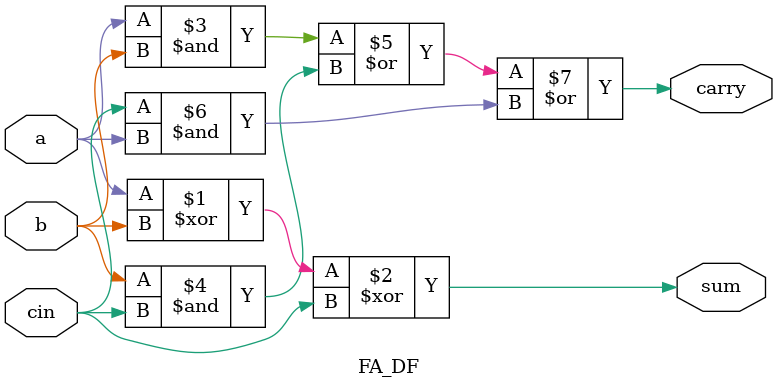
<source format=v>
module FA_DF(input a,b,cin, output sum,carry);
assign sum=a^b^cin;
assign carry = (a&b) | (b&cin) | (cin&a);   
endmodule

</source>
